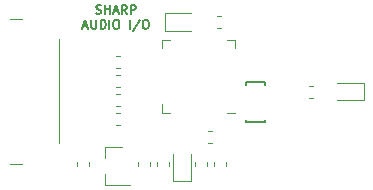
<source format=gto>
G04 #@! TF.GenerationSoftware,KiCad,Pcbnew,5.0.1-33cea8e~68~ubuntu18.04.1*
G04 #@! TF.CreationDate,2018-11-08T21:15:48+01:00*
G04 #@! TF.ProjectId,audio_interface,617564696F5F696E746572666163652E,rev?*
G04 #@! TF.SameCoordinates,Original*
G04 #@! TF.FileFunction,Legend,Top*
G04 #@! TF.FilePolarity,Positive*
%FSLAX46Y46*%
G04 Gerber Fmt 4.6, Leading zero omitted, Abs format (unit mm)*
G04 Created by KiCad (PCBNEW 5.0.1-33cea8e~68~ubuntu18.04.1) date Do 08 Nov 2018 21:15:48 CET*
%MOMM*%
%LPD*%
G01*
G04 APERTURE LIST*
%ADD10C,0.150000*%
%ADD11C,0.120000*%
G04 APERTURE END LIST*
D10*
X137321428Y-96666071D02*
X137428571Y-96701785D01*
X137607142Y-96701785D01*
X137678571Y-96666071D01*
X137714285Y-96630357D01*
X137750000Y-96558928D01*
X137750000Y-96487500D01*
X137714285Y-96416071D01*
X137678571Y-96380357D01*
X137607142Y-96344642D01*
X137464285Y-96308928D01*
X137392857Y-96273214D01*
X137357142Y-96237500D01*
X137321428Y-96166071D01*
X137321428Y-96094642D01*
X137357142Y-96023214D01*
X137392857Y-95987500D01*
X137464285Y-95951785D01*
X137642857Y-95951785D01*
X137750000Y-95987500D01*
X138071428Y-96701785D02*
X138071428Y-95951785D01*
X138071428Y-96308928D02*
X138500000Y-96308928D01*
X138500000Y-96701785D02*
X138500000Y-95951785D01*
X138821428Y-96487500D02*
X139178571Y-96487500D01*
X138750000Y-96701785D02*
X139000000Y-95951785D01*
X139250000Y-96701785D01*
X139928571Y-96701785D02*
X139678571Y-96344642D01*
X139500000Y-96701785D02*
X139500000Y-95951785D01*
X139785714Y-95951785D01*
X139857142Y-95987500D01*
X139892857Y-96023214D01*
X139928571Y-96094642D01*
X139928571Y-96201785D01*
X139892857Y-96273214D01*
X139857142Y-96308928D01*
X139785714Y-96344642D01*
X139500000Y-96344642D01*
X140250000Y-96701785D02*
X140250000Y-95951785D01*
X140535714Y-95951785D01*
X140607142Y-95987500D01*
X140642857Y-96023214D01*
X140678571Y-96094642D01*
X140678571Y-96201785D01*
X140642857Y-96273214D01*
X140607142Y-96308928D01*
X140535714Y-96344642D01*
X140250000Y-96344642D01*
X136232142Y-97762500D02*
X136589285Y-97762500D01*
X136160714Y-97976785D02*
X136410714Y-97226785D01*
X136660714Y-97976785D01*
X136910714Y-97226785D02*
X136910714Y-97833928D01*
X136946428Y-97905357D01*
X136982142Y-97941071D01*
X137053571Y-97976785D01*
X137196428Y-97976785D01*
X137267857Y-97941071D01*
X137303571Y-97905357D01*
X137339285Y-97833928D01*
X137339285Y-97226785D01*
X137696428Y-97976785D02*
X137696428Y-97226785D01*
X137875000Y-97226785D01*
X137982142Y-97262500D01*
X138053571Y-97333928D01*
X138089285Y-97405357D01*
X138125000Y-97548214D01*
X138125000Y-97655357D01*
X138089285Y-97798214D01*
X138053571Y-97869642D01*
X137982142Y-97941071D01*
X137875000Y-97976785D01*
X137696428Y-97976785D01*
X138446428Y-97976785D02*
X138446428Y-97226785D01*
X138946428Y-97226785D02*
X139089285Y-97226785D01*
X139160714Y-97262500D01*
X139232142Y-97333928D01*
X139267857Y-97476785D01*
X139267857Y-97726785D01*
X139232142Y-97869642D01*
X139160714Y-97941071D01*
X139089285Y-97976785D01*
X138946428Y-97976785D01*
X138875000Y-97941071D01*
X138803571Y-97869642D01*
X138767857Y-97726785D01*
X138767857Y-97476785D01*
X138803571Y-97333928D01*
X138875000Y-97262500D01*
X138946428Y-97226785D01*
X140160714Y-97976785D02*
X140160714Y-97226785D01*
X141053571Y-97191071D02*
X140410714Y-98155357D01*
X141446428Y-97226785D02*
X141589285Y-97226785D01*
X141660714Y-97262500D01*
X141732142Y-97333928D01*
X141767857Y-97476785D01*
X141767857Y-97726785D01*
X141732142Y-97869642D01*
X141660714Y-97941071D01*
X141589285Y-97976785D01*
X141446428Y-97976785D01*
X141375000Y-97941071D01*
X141303571Y-97869642D01*
X141267857Y-97726785D01*
X141267857Y-97476785D01*
X141303571Y-97333928D01*
X141375000Y-97262500D01*
X141446428Y-97226785D01*
D11*
G04 #@! TO.C,C1*
X135690000Y-109237221D02*
X135690000Y-109562779D01*
X136710000Y-109237221D02*
X136710000Y-109562779D01*
G04 #@! TO.C,C2*
X141910000Y-109237221D02*
X141910000Y-109562779D01*
X140890000Y-109237221D02*
X140890000Y-109562779D01*
G04 #@! TO.C,C3*
X142490000Y-109237221D02*
X142490000Y-109562779D01*
X143510000Y-109237221D02*
X143510000Y-109562779D01*
G04 #@! TO.C,D1*
X157712000Y-104035000D02*
X159997000Y-104035000D01*
X159997000Y-104035000D02*
X159997000Y-102565000D01*
X159997000Y-102565000D02*
X157712000Y-102565000D01*
G04 #@! TO.C,D2*
X145335000Y-110885000D02*
X145335000Y-108600000D01*
X143865000Y-110885000D02*
X145335000Y-110885000D01*
X143865000Y-108600000D02*
X143865000Y-110885000D01*
G04 #@! TO.C,J1*
X134220000Y-107650000D02*
X134220000Y-98850000D01*
X131050000Y-109395000D02*
X130000000Y-109395000D01*
X131050000Y-97105000D02*
X130000000Y-97105000D01*
G04 #@! TO.C,R1*
X139362779Y-102910000D02*
X139037221Y-102910000D01*
X139362779Y-101890000D02*
X139037221Y-101890000D01*
G04 #@! TO.C,R2*
X139362779Y-105090000D02*
X139037221Y-105090000D01*
X139362779Y-106110000D02*
X139037221Y-106110000D01*
G04 #@! TO.C,R3*
X147162779Y-106590000D02*
X146837221Y-106590000D01*
X147162779Y-107610000D02*
X146837221Y-107610000D01*
G04 #@! TO.C,R4*
X139362779Y-104510000D02*
X139037221Y-104510000D01*
X139362779Y-103490000D02*
X139037221Y-103490000D01*
G04 #@! TO.C,R5*
X139037221Y-100290000D02*
X139362779Y-100290000D01*
X139037221Y-101310000D02*
X139362779Y-101310000D01*
G04 #@! TO.C,R10*
X147290000Y-109237221D02*
X147290000Y-109562779D01*
X148310000Y-109237221D02*
X148310000Y-109562779D01*
G04 #@! TO.C,R11*
X155674779Y-102790000D02*
X155349221Y-102790000D01*
X155674779Y-103810000D02*
X155349221Y-103810000D01*
G04 #@! TO.C,R12*
X146710000Y-109562779D02*
X146710000Y-109237221D01*
X145690000Y-109562779D02*
X145690000Y-109237221D01*
G04 #@! TO.C,U1*
X143615000Y-105110000D02*
X142890000Y-105110000D01*
X142890000Y-105110000D02*
X142890000Y-104385000D01*
X148385000Y-98890000D02*
X149110000Y-98890000D01*
X149110000Y-98890000D02*
X149110000Y-99615000D01*
X143615000Y-98890000D02*
X142890000Y-98890000D01*
X142890000Y-98890000D02*
X142890000Y-99615000D01*
X148385000Y-105110000D02*
X149110000Y-105110000D01*
G04 #@! TO.C,U2*
X138040000Y-108020000D02*
X138040000Y-108950000D01*
X138040000Y-111180000D02*
X138040000Y-110250000D01*
X138040000Y-111180000D02*
X140200000Y-111180000D01*
X138040000Y-108020000D02*
X139500000Y-108020000D01*
D10*
G04 #@! TO.C,Y1*
X150000000Y-105900000D02*
X150000000Y-105700000D01*
X150000000Y-102500000D02*
X151600000Y-102500000D01*
X151600000Y-105700000D02*
X151600000Y-105900000D01*
X151600000Y-105900000D02*
X150000000Y-105900000D01*
X151600000Y-102500000D02*
X151600000Y-102700000D01*
X150000000Y-102700000D02*
X150000000Y-102500000D01*
D11*
G04 #@! TO.C,D3*
X145400000Y-96665000D02*
X143115000Y-96665000D01*
X143115000Y-96665000D02*
X143115000Y-98135000D01*
X143115000Y-98135000D02*
X145400000Y-98135000D01*
G04 #@! TO.C,R13*
X147537221Y-96890000D02*
X147862779Y-96890000D01*
X147537221Y-97910000D02*
X147862779Y-97910000D01*
G04 #@! TD*
M02*

</source>
